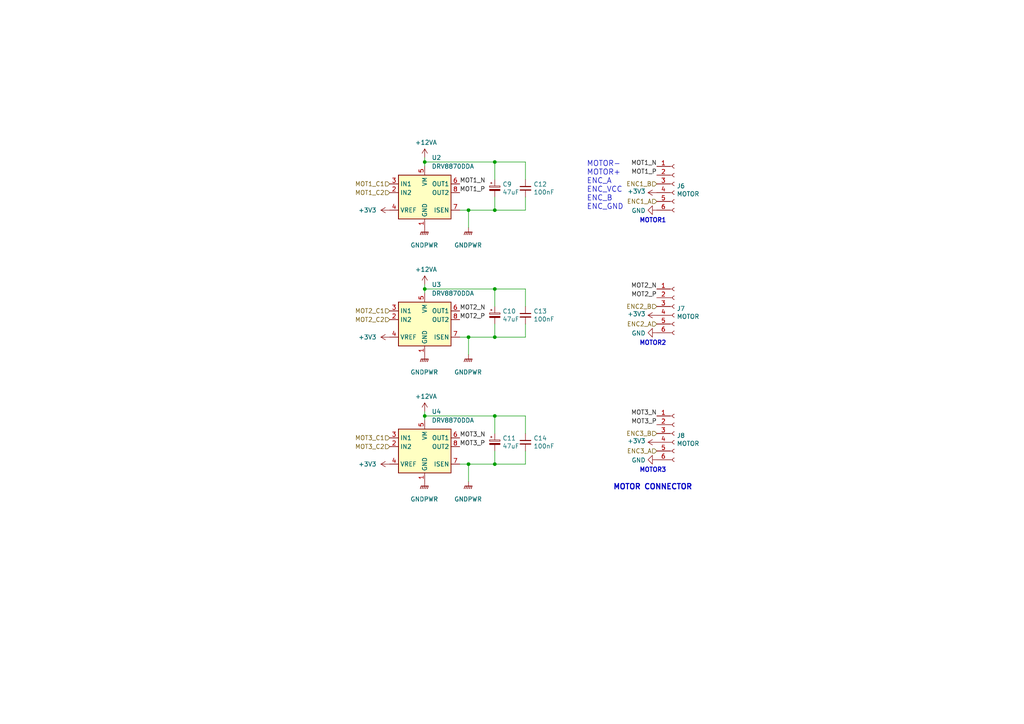
<source format=kicad_sch>
(kicad_sch (version 20230121) (generator eeschema)
  (paper "A4")
  (lib_symbols
    (symbol "Connector:Conn_01x06_Female" (pin_names (offset 1.016) hide)
      (property "Reference" "J" (at 0 7.62 0))
      (property "Value" "Conn_01x06_Female" (at 0 -10.16 0))
      (symbol "Conn_01x06_Female_1_1"
        (arc (start 0 -7.112) (mid -0.5058 -7.62) (end 0 -8.128) (stroke (width 0.1524)))
        (arc (start 0 -4.572) (mid -0.5058 -5.08) (end 0 -5.588) (stroke (width 0.1524)))
        (arc (start 0 -2.032) (mid -0.5058 -2.54) (end 0 -3.048) (stroke (width 0.1524)))
        (polyline (pts (xy -1.27 -7.62) (xy -0.508 -7.62)) (stroke (width 0.1524)))
        (polyline (pts (xy -1.27 -5.08) (xy -0.508 -5.08)) (stroke (width 0.1524)))
        (polyline (pts (xy -1.27 -2.54) (xy -0.508 -2.54)) (stroke (width 0.1524)))
        (polyline (pts (xy -1.27 0) (xy -0.508 0)) (stroke (width 0.1524)))
        (polyline (pts (xy -1.27 2.54) (xy -0.508 2.54)) (stroke (width 0.1524)))
        (polyline (pts (xy -1.27 5.08) (xy -0.508 5.08)) (stroke (width 0.1524)))
        (arc (start 0 0.508) (mid -0.5058 0) (end 0 -0.508) (stroke (width 0.1524)))
        (arc (start 0 3.048) (mid -0.5058 2.54) (end 0 2.032) (stroke (width 0.1524)))
        (arc (start 0 5.588) (mid -0.5058 5.08) (end 0 4.572) (stroke (width 0.1524)))
        (pin passive line (at -5.08 5.08 0) (length 3.81) (name "Pin_1") (number "1"))
        (pin passive line (at -5.08 2.54 0) (length 3.81) (name "Pin_2") (number "2"))
        (pin passive line (at -5.08 0 0) (length 3.81) (name "Pin_3") (number "3"))
        (pin passive line (at -5.08 -2.54 0) (length 3.81) (name "Pin_4") (number "4"))
        (pin passive line (at -5.08 -5.08 0) (length 3.81) (name "Pin_5") (number "5"))
        (pin passive line (at -5.08 -7.62 0) (length 3.81) (name "Pin_6") (number "6"))
      )
    )
    (symbol "Device:CP_Small" (pin_numbers hide) (pin_names (offset 0.254) hide)
      (property "Reference" "C" (at 0.254 1.778 0))
      (property "Value" "Device_CP_Small" (at 0.254 -2.032 0))
      (symbol "CP_Small_0_1"
        (rectangle (start -1.524 -0.3048) (end 1.524 -0.6858) (fill (type outline)))
        (rectangle (start -1.524 0.6858) (end 1.524 0.3048))
        (polyline (pts (xy -1.27 1.524) (xy -0.762 1.524)))
        (polyline (pts (xy -1.016 1.27) (xy -1.016 1.778)))
      )
      (symbol "CP_Small_1_1"
        (pin passive line (at 0 2.54 270) (length 1.8542) (name "~") (number "1"))
        (pin passive line (at 0 -2.54 90) (length 1.8542) (name "~") (number "2"))
      )
    )
    (symbol "Device:C_Small" (pin_numbers hide) (pin_names (offset 0.254) hide)
      (property "Reference" "C" (at 0.254 1.778 0))
      (property "Value" "C_Small" (at 0.254 -2.032 0))
      (symbol "C_Small_0_1"
        (polyline (pts (xy -1.524 -0.508) (xy 1.524 -0.508)) (stroke (width 0.3302)))
        (polyline (pts (xy -1.524 0.508) (xy 1.524 0.508)) (stroke (width 0.3048)))
      )
      (symbol "C_Small_1_1"
        (pin passive line (at 0 2.54 270) (length 2.032) (name "~") (number "1"))
        (pin passive line (at 0 -2.54 90) (length 2.032) (name "~") (number "2"))
      )
    )
    (symbol "Driver_Motor:DRV8870DDA"
      (property "Reference" "U" (at -6.35 6.35 0))
      (property "Value" "DRV8870DDA" (at 8.89 6.35 0))
      (symbol "DRV8870DDA_0_1"
        (rectangle (start -7.62 5.08) (end 7.62 -7.62) (stroke (width 0.254)) (fill (type background)))
      )
      (symbol "DRV8870DDA_1_1"
        (pin power_in line (at 0 -10.16 90) (length 2.54) (name "GND") (number "1"))
        (pin input line (at -10.16 0 0) (length 2.54) (name "IN2") (number "2"))
        (pin input line (at -10.16 2.54 0) (length 2.54) (name "IN1") (number "3"))
        (pin input line (at -10.16 -5.08 0) (length 2.54) (name "VREF") (number "4"))
        (pin power_in line (at 0 7.62 270) (length 2.54) (name "VM") (number "5"))
        (pin output line (at 10.16 2.54 180) (length 2.54) (name "OUT1") (number "6"))
        (pin passive line (at 10.16 -5.08 180) (length 2.54) (name "ISEN") (number "7"))
        (pin output line (at 10.16 0 180) (length 2.54) (name "OUT2") (number "8"))
        (pin passive line (at 0 -10.16 90) (length 2.54) hide (name "GND") (number "9"))
      )
    )
    (symbol "power:+12VA" (power) (pin_names (offset 0))
      (property "Value" "+12VA" (at 0 3.556 0))
      (symbol "+12VA_0_1"
        (polyline (pts (xy -0.762 1.27) (xy 0 2.54)))
        (polyline (pts (xy 0 0) (xy 0 2.54)))
        (polyline (pts (xy 0 2.54) (xy 0.762 1.27)))
      )
      (symbol "+12VA_1_1"
        (pin power_in line (at 0 0 90) (length 0) hide (name "+12VA") (number "1"))
      )
    )
    (symbol "power:+3.3V" (power) (pin_names (offset 0))
      (property "Value" "+3.3V" (at 0 3.556 0))
      (symbol "+3.3V_0_1"
        (polyline (pts (xy -0.762 1.27) (xy 0 2.54)))
        (polyline (pts (xy 0 0) (xy 0 2.54)))
        (polyline (pts (xy 0 2.54) (xy 0.762 1.27)))
      )
      (symbol "+3.3V_1_1"
        (pin power_in line (at 0 0 90) (length 0) hide (name "+3V3") (number "1"))
      )
    )
    (symbol "power:+3V3" (power) (pin_names (offset 0))
      (property "Value" "+3V3" (at 0 3.556 0))
      (symbol "+3V3_0_1"
        (polyline (pts (xy -0.762 1.27) (xy 0 2.54)))
        (polyline (pts (xy 0 0) (xy 0 2.54)))
        (polyline (pts (xy 0 2.54) (xy 0.762 1.27)))
      )
      (symbol "+3V3_1_1"
        (pin power_in line (at 0 0 90) (length 0) hide (name "+3V3") (number "1"))
      )
    )
    (symbol "power:GND" (power) (pin_names (offset 0))
      (property "Value" "GND" (at 0 -3.81 0))
      (symbol "GND_0_1"
        (polyline (pts (xy 0 0) (xy 0 -1.27) (xy 1.27 -1.27) (xy 0 -2.54) (xy -1.27 -1.27) (xy 0 -1.27)))
      )
      (symbol "GND_1_1"
        (pin power_in line (at 0 0 270) (length 0) hide (name "GND") (number "1"))
      )
    )
    (symbol "power:GNDPWR" (power) (pin_names (offset 0))
      (property "Value" "GNDPWR" (at 0 -3.302 0))
      (symbol "GNDPWR_0_1"
        (polyline (pts (xy 0 -1.27) (xy 0 0)))
        (polyline (pts (xy -1.016 -1.27) (xy -1.27 -2.032) (xy -1.27 -2.032)) (stroke (width 0.2032)))
        (polyline (pts (xy -0.508 -1.27) (xy -0.762 -2.032) (xy -0.762 -2.032)) (stroke (width 0.2032)))
        (polyline (pts (xy 0 -1.27) (xy -0.254 -2.032) (xy -0.254 -2.032)) (stroke (width 0.2032)))
        (polyline (pts (xy 0.508 -1.27) (xy 0.254 -2.032) (xy 0.254 -2.032)) (stroke (width 0.2032)))
        (polyline (pts (xy 1.016 -1.27) (xy -1.016 -1.27) (xy -1.016 -1.27)) (stroke (width 0.2032)))
        (polyline (pts (xy 1.016 -1.27) (xy 0.762 -2.032) (xy 0.762 -2.032) (xy 0.762 -2.032)) (stroke (width 0.2032)))
      )
      (symbol "GNDPWR_1_1"
        (pin power_in line (at 0 0 270) (length 0) hide (name "GNDPWR") (number "1"))
      )
    )
  )
  (junction (at 123.19 120.65))
  (junction (at 135.89 97.79))
  (junction (at 143.51 60.96))
  (junction (at 123.19 46.99))
  (junction (at 135.89 60.96))
  (junction (at 143.51 134.62))
  (junction (at 123.19 83.82))
  (junction (at 143.51 97.79))
  (junction (at 143.51 120.65))
  (junction (at 135.89 134.62))
  (junction (at 143.51 83.82))
  (junction (at 143.51 46.99))
  (wire (pts (xy 143.51 120.65) (xy 152.4 120.65)))
  (wire (pts (xy 152.4 97.79) (xy 152.4 93.98)))
  (wire (pts (xy 123.19 46.99) (xy 143.51 46.99)))
  (wire (pts (xy 135.89 60.96) (xy 143.51 60.96)))
  (wire (pts (xy 143.51 83.82) (xy 152.4 83.82)))
  (wire (pts (xy 152.4 83.82) (xy 152.4 88.9)))
  (wire (pts (xy 143.51 130.81) (xy 143.51 134.62)))
  (wire (pts (xy 143.51 93.98) (xy 143.51 97.79)))
  (wire (pts (xy 152.4 60.96) (xy 152.4 57.15)))
  (wire (pts (xy 123.19 120.65) (xy 143.51 120.65)))
  (wire (pts (xy 152.4 120.65) (xy 152.4 125.73)))
  (wire (pts (xy 143.51 46.99) (xy 152.4 46.99)))
  (wire (pts (xy 143.51 120.65) (xy 143.51 125.73)))
  (wire (pts (xy 123.19 119.38) (xy 123.19 120.65)))
  (wire (pts (xy 135.89 97.79) (xy 143.51 97.79)))
  (wire (pts (xy 133.35 60.96) (xy 135.89 60.96)))
  (wire (pts (xy 143.51 57.15) (xy 143.51 60.96)))
  (wire (pts (xy 143.51 83.82) (xy 143.51 88.9)))
  (wire (pts (xy 133.35 97.79) (xy 135.89 97.79)))
  (wire (pts (xy 143.51 134.62) (xy 152.4 134.62)))
  (wire (pts (xy 143.51 97.79) (xy 152.4 97.79)))
  (wire (pts (xy 135.89 134.62) (xy 135.89 139.7)))
  (wire (pts (xy 123.19 120.65) (xy 123.19 121.92)))
  (wire (pts (xy 123.19 45.72) (xy 123.19 46.99)))
  (wire (pts (xy 123.19 82.55) (xy 123.19 83.82)))
  (wire (pts (xy 143.51 46.99) (xy 143.51 52.07)))
  (wire (pts (xy 123.19 83.82) (xy 143.51 83.82)))
  (wire (pts (xy 152.4 134.62) (xy 152.4 130.81)))
  (wire (pts (xy 135.89 97.79) (xy 135.89 102.87)))
  (wire (pts (xy 152.4 46.99) (xy 152.4 52.07)))
  (wire (pts (xy 135.89 60.96) (xy 135.89 66.04)))
  (wire (pts (xy 133.35 134.62) (xy 135.89 134.62)))
  (wire (pts (xy 135.89 134.62) (xy 143.51 134.62)))
  (wire (pts (xy 123.19 83.82) (xy 123.19 85.09)))
  (wire (pts (xy 143.51 60.96) (xy 152.4 60.96)))
  (wire (pts (xy 123.19 46.99) (xy 123.19 48.26)))
  (text "MOTOR1" (at 185.42 64.77 0) (effects (font (size 1.27 1.27) (thickness 0.254) bold) (justify left bottom)))
  (text "MOTOR2" (at 185.42 100.33 0) (effects (font (size 1.27 1.27) (thickness 0.254) bold) (justify left bottom)))
  (text "MOTOR CONNECTOR" (at 177.8 142.24 0) (effects (font (size 1.5494 1.5494) (thickness 0.3099) bold) (justify left bottom)))
  (text "MOTOR-\nMOTOR+\nENC_A\nENC_VCC\nENC_B\nENC_GND" (at 170.18 60.96 0) (effects (font (size 1.5494 1.5494)) (justify left bottom)))
  (text "MOTOR3" (at 185.42 137.16 0) (effects (font (size 1.27 1.27) (thickness 0.254) bold) (justify left bottom)))
  (label "MOT2_N" (at 133.35 90.17 0))
  (label "MOT2_P" (at 133.35 92.71 0))
  (label "MOT3_N" (at 133.35 127 0))
  (label "MOT1_N" (at 133.35 53.34 0))
  (label "MOT2_P" (at 190.5 86.36 180))
  (label "MOT3_P" (at 133.35 129.54 0))
  (label "MOT1_N" (at 190.5 48.26 180))
  (label "MOT1_P" (at 133.35 55.88 0))
  (label "MOT1_P" (at 190.5 50.8 180))
  (label "MOT3_P" (at 190.5 123.19 180))
  (label "MOT2_N" (at 190.5 83.82 180))
  (label "MOT3_N" (at 190.5 120.65 180))
  (hierarchical_label "ENC1_B" (shape input) (at 190.5 53.34 180))
  (hierarchical_label "MOT2_C2" (shape input) (at 113.03 92.71 180))
  (hierarchical_label "ENC2_B" (shape input) (at 190.5 88.9 180))
  (hierarchical_label "MOT3_C1" (shape input) (at 113.03 127 180))
  (hierarchical_label "MOT3_C2" (shape input) (at 113.03 129.54 180))
  (hierarchical_label "MOT1_C2" (shape input) (at 113.03 55.88 180))
  (hierarchical_label "ENC2_A" (shape input) (at 190.5 93.98 180))
  (hierarchical_label "MOT2_C1" (shape input) (at 113.03 90.17 180))
  (hierarchical_label "MOT1_C1" (shape input) (at 113.03 53.34 180))
  (hierarchical_label "ENC3_A" (shape input) (at 190.5 130.81 180))
  (hierarchical_label "ENC1_A" (shape input) (at 190.5 58.42 180))
  (hierarchical_label "ENC3_B" (shape input) (at 190.5 125.73 180))
  (symbol (lib_id "Connector:Conn_01x06_Female") (at 195.58 125.73 0) (unit 1)
    (property "Reference" "J8" (at 196.2912 126.3396 0) (effects (justify left)))
    (property "Value" "MOTOR" (at 196.2912 128.651 0) (effects (justify left)))
    (property "Footprint" "Connector_JST:JST_PH_S6B-PH-K_1x06_P2.00mm_Horizontal" (effects hide))
  )
  (symbol (lib_id "power:GND") (at 190.5 133.35 270) (unit 1)
    (property "Reference" "#PWR068" (effects hide))
    (property "Value" "GND" (at 187.2488 133.477 90) (effects (justify right)))
  )
  (symbol (lib_id "power:+3.3V") (at 190.5 128.27 90) (unit 1)
    (property "Reference" "#PWR067" (effects hide))
    (property "Value" "+3.3V" (at 187.2488 127.889 90) (effects (justify left)))
  )
  (symbol (lib_id "Connector:Conn_01x06_Female") (at 195.58 88.9 0) (unit 1)
    (property "Reference" "J7" (at 196.2912 89.5096 0) (effects (justify left)))
    (property "Value" "MOTOR" (at 196.2912 91.821 0) (effects (justify left)))
    (property "Footprint" "Connector_JST:JST_PH_S6B-PH-K_1x06_P2.00mm_Horizontal" (effects hide))
  )
  (symbol (lib_id "power:+3.3V") (at 190.5 91.44 90) (unit 1)
    (property "Reference" "#PWR065" (effects hide))
    (property "Value" "+3.3V" (at 187.2488 91.059 90) (effects (justify left)))
  )
  (symbol (lib_id "power:GND") (at 190.5 96.52 270) (unit 1)
    (property "Reference" "#PWR066" (effects hide))
    (property "Value" "GND" (at 187.2488 96.647 90) (effects (justify right)))
  )
  (symbol (lib_id "power:GND") (at 190.5 60.96 270) (unit 1)
    (property "Reference" "#PWR064" (effects hide))
    (property "Value" "GND" (at 187.2488 61.087 90) (effects (justify right)))
  )
  (symbol (lib_id "power:+3.3V") (at 190.5 55.88 90) (unit 1)
    (property "Reference" "#PWR063" (effects hide))
    (property "Value" "+3.3V" (at 187.2488 55.499 90) (effects (justify left)))
  )
  (symbol (lib_id "Connector:Conn_01x06_Female") (at 195.58 53.34 0) (unit 1)
    (property "Reference" "J6" (at 196.2912 53.9496 0) (effects (justify left)))
    (property "Value" "MOTOR" (at 196.2912 56.261 0) (effects (justify left)))
    (property "Footprint" "Connector_JST:JST_PH_S6B-PH-K_1x06_P2.00mm_Horizontal" (effects hide))
  )
  (symbol (lib_id "Device:CP_Small") (at 143.51 128.27 0) (unit 1)
    (property "Reference" "C11" (at 145.7452 127.1016 0) (effects (justify left)))
    (property "Value" "47uF" (at 145.7452 129.413 0) (effects (justify left)))
    (property "Footprint" "Capacitor_SMD:CP_Elec_4x5.4" (effects hide))
  )
  (symbol (lib_id "Driver_Motor:DRV8870DDA") (at 123.19 55.88 0) (unit 1)
    (property "Reference" "U2" (at 125.2094 45.72 0) (effects (justify left)))
    (property "Value" "DRV8870DDA" (at 125.2094 48.26 0) (effects (justify left)))
    (property "Footprint" "Package_SO:Texas_HTSOP-8-1EP_3.9x4.9mm_P1.27mm_EP2.95x4.9mm_Mask2.4x3.1mm_ThermalVias" (effects hide))
    (property "Datasheet" "http://www.ti.com/lit/ds/symlink/drv8870.pdf" (effects hide))
  )
  (symbol (lib_id "Device:C_Small") (at 152.4 54.61 0) (unit 1)
    (property "Reference" "C12" (at 154.7368 53.4416 0) (effects (justify left)))
    (property "Value" "100nF" (at 154.7368 55.753 0) (effects (justify left)))
    (property "Footprint" "Capacitor_SMD:C_0805_2012Metric" (effects hide))
  )
  (symbol (lib_id "power:+3V3") (at 113.03 134.62 90) (unit 1)
    (property "Reference" "#PWR053" (effects hide))
    (property "Value" "+3V3" (at 109.22 134.6199 90) (effects (justify left)))
  )
  (symbol (lib_id "power:+12VA") (at 123.19 82.55 0) (unit 1)
    (property "Reference" "#PWR056" (effects hide))
    (property "Value" "+12VA" (at 123.571 78.1558 0))
  )
  (symbol (lib_id "power:+3V3") (at 113.03 60.96 90) (unit 1)
    (property "Reference" "#PWR051" (effects hide))
    (property "Value" "+3V3" (at 109.22 60.9599 90) (effects (justify left)))
  )
  (symbol (lib_id "Driver_Motor:DRV8870DDA") (at 123.19 92.71 0) (unit 1)
    (property "Reference" "U3" (at 125.2094 82.55 0) (effects (justify left)))
    (property "Value" "DRV8870DDA" (at 125.2094 85.09 0) (effects (justify left)))
    (property "Footprint" "Package_SO:Texas_HTSOP-8-1EP_3.9x4.9mm_P1.27mm_EP2.95x4.9mm_Mask2.4x3.1mm_ThermalVias" (effects hide))
    (property "Datasheet" "http://www.ti.com/lit/ds/symlink/drv8870.pdf" (effects hide))
  )
  (symbol (lib_id "power:GNDPWR") (at 123.19 66.04 0) (unit 1)
    (property "Reference" "#PWR0111" (effects hide))
    (property "Value" "GNDPWR" (at 123.063 71.12 0))
  )
  (symbol (lib_id "power:GNDPWR") (at 135.89 102.87 0) (unit 1)
    (property "Reference" "#PWR0109" (effects hide))
    (property "Value" "GNDPWR" (at 135.763 107.95 0))
  )
  (symbol (lib_id "Device:C_Small") (at 152.4 91.44 0) (unit 1)
    (property "Reference" "C13" (at 154.7368 90.2716 0) (effects (justify left)))
    (property "Value" "100nF" (at 154.7368 92.583 0) (effects (justify left)))
    (property "Footprint" "Capacitor_SMD:C_0805_2012Metric" (effects hide))
  )
  (symbol (lib_id "Device:C_Small") (at 152.4 128.27 0) (unit 1)
    (property "Reference" "C14" (at 154.7368 127.1016 0) (effects (justify left)))
    (property "Value" "100nF" (at 154.7368 129.413 0) (effects (justify left)))
    (property "Footprint" "Capacitor_SMD:C_0805_2012Metric" (effects hide))
  )
  (symbol (lib_id "power:+12VA") (at 123.19 45.72 0) (unit 1)
    (property "Reference" "#PWR054" (effects hide))
    (property "Value" "+12VA" (at 123.571 41.3258 0))
  )
  (symbol (lib_id "power:+3V3") (at 113.03 97.79 90) (unit 1)
    (property "Reference" "#PWR052" (effects hide))
    (property "Value" "+3V3" (at 109.22 97.7899 90) (effects (justify left)))
  )
  (symbol (lib_id "Device:CP_Small") (at 143.51 91.44 0) (unit 1)
    (property "Reference" "C10" (at 145.7452 90.2716 0) (effects (justify left)))
    (property "Value" "47uF" (at 145.7452 92.583 0) (effects (justify left)))
    (property "Footprint" "Capacitor_SMD:CP_Elec_4x5.4" (effects hide))
  )
  (symbol (lib_id "power:+12VA") (at 123.19 119.38 0) (unit 1)
    (property "Reference" "#PWR058" (effects hide))
    (property "Value" "+12VA" (at 123.571 114.9858 0))
  )
  (symbol (lib_id "power:GNDPWR") (at 123.19 102.87 0) (unit 1)
    (property "Reference" "#PWR0108" (effects hide))
    (property "Value" "GNDPWR" (at 123.063 107.95 0))
  )
  (symbol (lib_id "Driver_Motor:DRV8870DDA") (at 123.19 129.54 0) (unit 1)
    (property "Reference" "U4" (at 125.2094 119.38 0) (effects (justify left)))
    (property "Value" "DRV8870DDA" (at 125.2094 121.92 0) (effects (justify left)))
    (property "Footprint" "Package_SO:Texas_HTSOP-8-1EP_3.9x4.9mm_P1.27mm_EP2.95x4.9mm_Mask2.4x3.1mm_ThermalVias" (effects hide))
    (property "Datasheet" "http://www.ti.com/lit/ds/symlink/drv8870.pdf" (effects hide))
  )
  (symbol (lib_id "power:GNDPWR") (at 135.89 139.7 0) (unit 1)
    (property "Reference" "#PWR0107" (effects hide))
    (property "Value" "GNDPWR" (at 135.763 144.78 0))
  )
  (symbol (lib_id "Device:CP_Small") (at 143.51 54.61 0) (unit 1)
    (property "Reference" "C9" (at 145.7452 53.4416 0) (effects (justify left)))
    (property "Value" "47uF" (at 145.7452 55.753 0) (effects (justify left)))
    (property "Footprint" "Capacitor_SMD:CP_Elec_4x5.4" (effects hide))
  )
  (symbol (lib_id "power:GNDPWR") (at 123.19 139.7 0) (unit 1)
    (property "Reference" "#PWR0106" (effects hide))
    (property "Value" "GNDPWR" (at 123.063 144.78 0))
  )
  (symbol (lib_id "power:GNDPWR") (at 135.89 66.04 0) (unit 1)
    (property "Reference" "#PWR0110" (effects hide))
    (property "Value" "GNDPWR" (at 135.763 71.12 0))
  )
)
</source>
